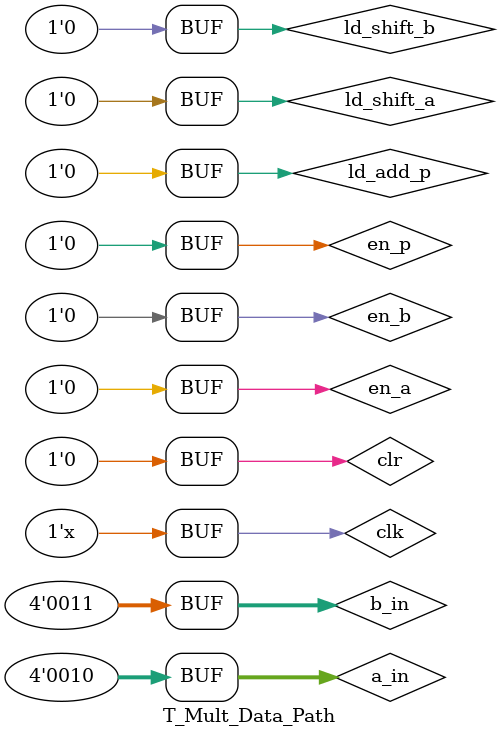
<source format=v>
`timescale 1ns / 1ps

module T_Mult_Data_Path;

reg [3:0] a_in;     // Multiplicand input
reg [3:0] b_in;      // Multiplier input
reg clk;             // System clock
reg clr;             // Reset signal
reg en_a;            // Register a enable
reg ld_shift_a;      // Shift a MUX select
reg en_b;            // Register b enable
reg ld_shift_b;      // Shift b MUX select
reg en_p;            // Register p enable
reg ld_add_p;        // Add a MUX select
wire [7:0] p_out;     // 4-bit output vector for product output
wire zero;            // Flag for b, zero = 1 if b = 0
wire lsb_b;            // Flag for the LSB of b, lsb_b = 1 if b[0] = 1
wire [7:0] p;
wire [7:0] a, a_shift, p_add;
wire [3:0] b, b_shift;

always #2 clk = ~clk;

Mult_Data_Path M_UUT_data_path(.clk(clk),
                               .clr(clr),
                               .a_in(a_in),
                               .b_in(b_in),
                               .en_a(en_a),
                               .ld_shift_a(ld_shift_a),
                               .en_b(en_b),
                               .ld_shift_b(ld_shift_b),
                               .en_p(en_p),
                               .ld_add_p(ld_add_p),
                               .p_out(p_out),
                               .zero(zero),
                               .lsb_b(lsb_b),
                               .p(p),
                               .a(a),
                               .a_shift(a_shift),
                               .p_add(p_add),
                               .b(b),
                               .b_shift(b_shift));

initial begin

    clk <= 0;
    ld_shift_a <= 0;
    ld_shift_b <= 0;
    ld_add_p <= 0;
    a_in <= 0;
    b_in <= 0;
    
    #50 clr <= 1;
    #50 clr <= 0;
    
    #50 a_in <= 2;
        b_in <= 3;
        en_a <= 1;
        en_b <= 1;
        en_p <= 1;
        
    #2  en_a <= 0;
        en_b <= 0;
        en_p <= 0;
        
    #50 ld_shift_b <= 1;
    #50 ld_shift_b <= 0;

end

endmodule

</source>
